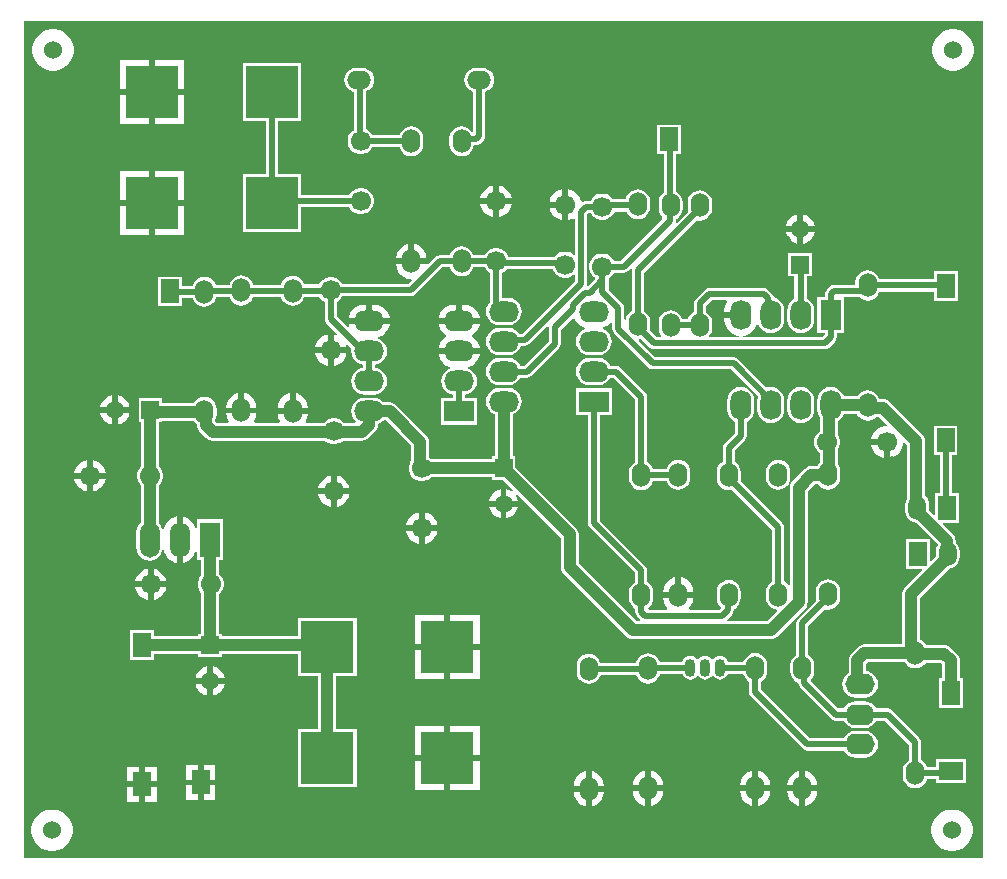
<source format=gtl>
G04*
G04 #@! TF.GenerationSoftware,Altium Limited,Altium Designer,22.3.1 (43)*
G04*
G04 Layer_Physical_Order=1*
G04 Layer_Color=255*
%FSLAX25Y25*%
%MOIN*%
G70*
G04*
G04 #@! TF.SameCoordinates,DB5E6BC5-2FB0-485C-ACA0-6941E67FB07D*
G04*
G04*
G04 #@! TF.FilePolarity,Positive*
G04*
G01*
G75*
%ADD36C,0.03937*%
%ADD37C,0.01980*%
%ADD38C,0.01968*%
%ADD39O,0.06000X0.08000*%
%ADD40R,0.05906X0.07874*%
%ADD41O,0.05906X0.07874*%
%ADD42R,0.07874X0.05906*%
%ADD43R,0.05906X0.05906*%
%ADD44C,0.05906*%
%ADD45C,0.06693*%
%ADD46O,0.08000X0.06000*%
%ADD47O,0.10000X0.07000*%
%ADD48R,0.10000X0.07000*%
%ADD49O,0.09843X0.06890*%
%ADD50O,0.07000X0.10000*%
%ADD51R,0.07000X0.10000*%
%ADD52R,0.05906X0.05906*%
%ADD53O,0.03543X0.05906*%
%ADD54R,0.17500X0.17500*%
%ADD55R,0.06693X0.11811*%
%ADD56O,0.06693X0.11811*%
%ADD57C,0.06000*%
%ADD58C,0.03150*%
%ADD59C,0.05000*%
G36*
X319980Y329626D02*
Y50590D01*
X295Y50591D01*
Y329626D01*
X319980Y329626D01*
D02*
G37*
%LPC*%
G36*
X310680Y326905D02*
X309320D01*
X307986Y326640D01*
X306729Y326120D01*
X305598Y325364D01*
X304636Y324402D01*
X303880Y323271D01*
X303360Y322014D01*
X303095Y320680D01*
Y319320D01*
X303360Y317986D01*
X303880Y316729D01*
X304636Y315598D01*
X305598Y314636D01*
X306729Y313880D01*
X307986Y313360D01*
X309320Y313094D01*
X310680D01*
X312014Y313360D01*
X313271Y313880D01*
X314402Y314636D01*
X315364Y315598D01*
X316120Y316729D01*
X316640Y317986D01*
X316905Y319320D01*
Y320680D01*
X316640Y322014D01*
X316120Y323271D01*
X315364Y324402D01*
X314402Y325364D01*
X313271Y326120D01*
X312014Y326640D01*
X310680Y326905D01*
D02*
G37*
G36*
X10680D02*
X9320D01*
X7986Y326640D01*
X6729Y326120D01*
X5598Y325364D01*
X4636Y324402D01*
X3880Y323271D01*
X3360Y322014D01*
X3094Y320680D01*
Y319320D01*
X3360Y317986D01*
X3880Y316729D01*
X4636Y315598D01*
X5598Y314636D01*
X6729Y313880D01*
X7986Y313360D01*
X9320Y313094D01*
X10680D01*
X12014Y313360D01*
X13271Y313880D01*
X14402Y314636D01*
X15364Y315598D01*
X16120Y316729D01*
X16640Y317986D01*
X16905Y319320D01*
Y320680D01*
X16640Y322014D01*
X16120Y323271D01*
X15364Y324402D01*
X14402Y325364D01*
X13271Y326120D01*
X12014Y326640D01*
X10680Y326905D01*
D02*
G37*
G36*
X53719Y316719D02*
X43984D01*
Y306984D01*
X53719D01*
Y316719D01*
D02*
G37*
G36*
X42016D02*
X32282D01*
Y306984D01*
X42016D01*
Y316719D01*
D02*
G37*
G36*
X53719Y305016D02*
X43984D01*
Y295282D01*
X53719D01*
Y305016D01*
D02*
G37*
G36*
X42016D02*
X32282D01*
Y295282D01*
X42016D01*
Y305016D01*
D02*
G37*
G36*
X153087Y313976D02*
X151087D01*
X150042Y313838D01*
X149069Y313435D01*
X148234Y312794D01*
X147593Y311958D01*
X147190Y310985D01*
X147052Y309941D01*
X147190Y308897D01*
X147593Y307924D01*
X148234Y307088D01*
X149069Y306447D01*
X150042Y306044D01*
X150064Y306041D01*
Y292767D01*
X149564Y292625D01*
X149014Y293341D01*
X148179Y293982D01*
X147206Y294385D01*
X146161Y294523D01*
X145117Y294385D01*
X144144Y293982D01*
X143309Y293341D01*
X142667Y292506D01*
X142264Y291532D01*
X142127Y290488D01*
Y288488D01*
X142264Y287444D01*
X142667Y286471D01*
X143309Y285635D01*
X144144Y284994D01*
X145117Y284591D01*
X146161Y284454D01*
X147206Y284591D01*
X148179Y284994D01*
X149014Y285635D01*
X149655Y286471D01*
X150058Y287444D01*
X150155Y288174D01*
X150934D01*
X151708Y288329D01*
X152364Y288767D01*
X153517Y289920D01*
X153956Y290577D01*
X154110Y291351D01*
Y306041D01*
X154131Y306044D01*
X155104Y306447D01*
X155939Y307088D01*
X156581Y307924D01*
X156984Y308897D01*
X157121Y309941D01*
X156984Y310985D01*
X156581Y311958D01*
X155939Y312794D01*
X155104Y313435D01*
X154131Y313838D01*
X153087Y313976D01*
D02*
G37*
G36*
X113087D02*
X111087D01*
X110042Y313838D01*
X109069Y313435D01*
X108234Y312794D01*
X107593Y311958D01*
X107190Y310985D01*
X107052Y309941D01*
X107190Y308897D01*
X107593Y307924D01*
X108234Y307088D01*
X109069Y306447D01*
X110042Y306044D01*
X110270Y306014D01*
Y293232D01*
X109831Y292978D01*
X109022Y292169D01*
X108450Y291178D01*
X108153Y290072D01*
Y288928D01*
X108450Y287822D01*
X109022Y286831D01*
X109831Y286022D01*
X110822Y285450D01*
X111928Y285154D01*
X113072D01*
X114178Y285450D01*
X115169Y286022D01*
X115978Y286831D01*
X116347Y287471D01*
X125529D01*
X125532Y287444D01*
X125935Y286471D01*
X126576Y285635D01*
X127412Y284994D01*
X128385Y284591D01*
X129429Y284454D01*
X130473Y284591D01*
X131446Y284994D01*
X132282Y285635D01*
X132923Y286471D01*
X133326Y287444D01*
X133464Y288488D01*
Y290488D01*
X133326Y291532D01*
X132923Y292506D01*
X132282Y293341D01*
X131446Y293982D01*
X130473Y294385D01*
X129429Y294523D01*
X128385Y294385D01*
X127412Y293982D01*
X126576Y293341D01*
X125935Y292506D01*
X125532Y291532D01*
X125530Y291517D01*
X116354D01*
X115978Y292169D01*
X115169Y292978D01*
X114316Y293470D01*
Y306121D01*
X115104Y306447D01*
X115939Y307088D01*
X116581Y307924D01*
X116984Y308897D01*
X117121Y309941D01*
X116984Y310985D01*
X116581Y311958D01*
X115939Y312794D01*
X115104Y313435D01*
X114131Y313838D01*
X113087Y313976D01*
D02*
G37*
G36*
X158661Y274747D02*
Y270492D01*
X162916D01*
X162630Y271559D01*
X161930Y272771D01*
X160941Y273761D01*
X159729Y274461D01*
X158661Y274747D01*
D02*
G37*
G36*
X156693Y274747D02*
X155626Y274461D01*
X154414Y273761D01*
X153424Y272771D01*
X152724Y271559D01*
X152438Y270492D01*
X156693D01*
Y274747D01*
D02*
G37*
G36*
X53719Y279718D02*
X43984D01*
Y269984D01*
X53719D01*
Y279718D01*
D02*
G37*
G36*
X42016D02*
X32282D01*
Y269984D01*
X42016D01*
Y279718D01*
D02*
G37*
G36*
X179724Y273664D02*
X178657Y273378D01*
X177445Y272678D01*
X176456Y271689D01*
X175756Y270477D01*
X175470Y269409D01*
X179724D01*
Y273664D01*
D02*
G37*
G36*
X92750Y315750D02*
X73250D01*
Y296250D01*
X80977D01*
Y278750D01*
X73250D01*
Y259250D01*
X92750D01*
Y267477D01*
X108649D01*
X109022Y266831D01*
X109831Y266022D01*
X110822Y265450D01*
X111928Y265154D01*
X113072D01*
X114178Y265450D01*
X115169Y266022D01*
X115978Y266831D01*
X116550Y267822D01*
X116847Y268928D01*
Y270072D01*
X116550Y271178D01*
X115978Y272169D01*
X115169Y272978D01*
X114178Y273550D01*
X113072Y273847D01*
X111928D01*
X110822Y273550D01*
X109831Y272978D01*
X109022Y272169D01*
X108649Y271523D01*
X92750D01*
Y278750D01*
X85023D01*
Y296250D01*
X92750D01*
Y315750D01*
D02*
G37*
G36*
X156693Y268524D02*
X152438D01*
X152724Y267456D01*
X153424Y266244D01*
X154414Y265255D01*
X155626Y264555D01*
X156693Y264269D01*
Y268524D01*
D02*
G37*
G36*
X162916D02*
X158661D01*
Y264269D01*
X159729Y264555D01*
X160941Y265255D01*
X161930Y266244D01*
X162630Y267456D01*
X162916Y268524D01*
D02*
G37*
G36*
X219198Y295085D02*
X211293D01*
Y285211D01*
X213517D01*
Y272384D01*
X212994Y271983D01*
X212352Y271147D01*
X211949Y270174D01*
X211812Y269130D01*
Y267130D01*
X211949Y266086D01*
X212352Y265113D01*
X212994Y264277D01*
X213088Y264204D01*
X213132Y263541D01*
X199356Y249765D01*
X196958D01*
X196588Y250405D01*
X195779Y251214D01*
X194788Y251786D01*
X193683Y252083D01*
X192538D01*
X191433Y251786D01*
X190442Y251214D01*
X189632Y250405D01*
X189060Y249414D01*
X188764Y248308D01*
Y247164D01*
X189060Y246059D01*
X189632Y245067D01*
X190442Y244258D01*
X190674Y244124D01*
X190739Y243628D01*
X188436Y241325D01*
X187999Y241559D01*
X187981Y241599D01*
X188063Y242010D01*
Y265221D01*
X188555Y265713D01*
X189259D01*
X189632Y265067D01*
X190442Y264258D01*
X191433Y263686D01*
X192538Y263390D01*
X193683D01*
X194788Y263686D01*
X195779Y264258D01*
X196588Y265067D01*
X197160Y266059D01*
X197173Y266107D01*
X201179D01*
X201427Y265506D01*
X202068Y264671D01*
X202904Y264030D01*
X203877Y263627D01*
X204921Y263489D01*
X205965Y263627D01*
X206939Y264030D01*
X207774Y264671D01*
X208415Y265506D01*
X208818Y266479D01*
X208956Y267524D01*
Y269524D01*
X208818Y270568D01*
X208415Y271541D01*
X207774Y272376D01*
X206939Y273018D01*
X205965Y273421D01*
X204921Y273558D01*
X203877Y273421D01*
X202904Y273018D01*
X202068Y272376D01*
X201427Y271541D01*
X201024Y270568D01*
X200970Y270153D01*
X196734D01*
X196588Y270405D01*
X195779Y271214D01*
X194788Y271786D01*
X193683Y272083D01*
X192538D01*
X191433Y271786D01*
X190442Y271214D01*
X189632Y270405D01*
X189259Y269759D01*
X187716D01*
X186942Y269605D01*
X186493Y269305D01*
X185979Y269454D01*
X185921Y269509D01*
X185661Y270477D01*
X184962Y271689D01*
X183972Y272678D01*
X182760Y273378D01*
X181693Y273664D01*
Y268425D01*
Y263187D01*
X182760Y263473D01*
X183516Y263909D01*
X184016Y263620D01*
Y251918D01*
X183554Y251726D01*
X183378Y251903D01*
X182386Y252476D01*
X181281Y252772D01*
X180136D01*
X179031Y252476D01*
X178040Y251903D01*
X177231Y251094D01*
X177174Y250996D01*
X161778D01*
X161727Y251185D01*
X161155Y252177D01*
X160346Y252986D01*
X159355Y253558D01*
X158249Y253854D01*
X157105D01*
X156000Y253558D01*
X155008Y252986D01*
X154199Y252177D01*
X153824Y251527D01*
X150059D01*
X150058Y251532D01*
X149655Y252505D01*
X149014Y253341D01*
X148179Y253982D01*
X147206Y254385D01*
X146161Y254523D01*
X145117Y254385D01*
X144144Y253982D01*
X143309Y253341D01*
X142667Y252505D01*
X142264Y251532D01*
X142262Y251517D01*
X138870D01*
X138870Y251517D01*
X138093Y251363D01*
X137435Y250923D01*
X134898Y248386D01*
X134682Y248504D01*
X129429D01*
X124418D01*
Y248488D01*
X124589Y247191D01*
X125089Y245983D01*
X125886Y244945D01*
X126923Y244148D01*
X128132Y243648D01*
X129299Y243494D01*
X129541Y243028D01*
X128403Y241891D01*
X106406D01*
X106037Y242531D01*
X105228Y243340D01*
X104237Y243912D01*
X103131Y244209D01*
X101987D01*
X100881Y243912D01*
X99890Y243340D01*
X99081Y242531D01*
X98661Y241803D01*
X93729D01*
X93356Y242702D01*
X92715Y243538D01*
X91879Y244179D01*
X90906Y244582D01*
X89862Y244720D01*
X88818Y244582D01*
X87845Y244179D01*
X87009Y243538D01*
X86368Y242702D01*
X85979Y241763D01*
X76642D01*
X76633Y241828D01*
X76230Y242801D01*
X75589Y243636D01*
X74753Y244278D01*
X73780Y244681D01*
X72736Y244818D01*
X71692Y244681D01*
X70719Y244278D01*
X69883Y243636D01*
X69242Y242801D01*
X68839Y241828D01*
X68811Y241616D01*
X64255D01*
X63927Y242407D01*
X63286Y243243D01*
X62450Y243884D01*
X61477Y244287D01*
X60433Y244424D01*
X59389Y244287D01*
X58416Y243884D01*
X57580Y243243D01*
X56939Y242407D01*
X56536Y241434D01*
X56534Y241419D01*
X52870D01*
Y244406D01*
X44965D01*
Y234531D01*
X52870D01*
Y237361D01*
X56534D01*
X56536Y237346D01*
X56939Y236372D01*
X57580Y235537D01*
X58416Y234896D01*
X59389Y234493D01*
X60433Y234355D01*
X61477Y234493D01*
X62450Y234896D01*
X63286Y235537D01*
X63927Y236372D01*
X64330Y237346D01*
X64358Y237558D01*
X68915D01*
X69242Y236766D01*
X69883Y235931D01*
X70719Y235290D01*
X71692Y234886D01*
X72736Y234749D01*
X73780Y234886D01*
X74753Y235290D01*
X75589Y235931D01*
X76230Y236766D01*
X76619Y237705D01*
X85957D01*
X85965Y237641D01*
X86368Y236668D01*
X87009Y235832D01*
X87845Y235191D01*
X88818Y234788D01*
X89862Y234650D01*
X90906Y234788D01*
X91879Y235191D01*
X92715Y235832D01*
X93356Y236668D01*
X93759Y237641D01*
X93773Y237744D01*
X98763D01*
X99081Y237193D01*
X99890Y236384D01*
X100530Y236015D01*
Y230315D01*
X100684Y229538D01*
X101124Y228880D01*
X104694Y225310D01*
X104435Y224862D01*
X103543Y225101D01*
Y220847D01*
X107798D01*
X107559Y221739D01*
X108007Y221997D01*
X109448Y220556D01*
X109316Y219547D01*
X109470Y218373D01*
X109924Y217278D01*
X110645Y216338D01*
X111585Y215616D01*
X112680Y215163D01*
X113325Y215078D01*
Y214016D01*
X112680Y213931D01*
X111585Y213478D01*
X110645Y212757D01*
X109924Y211817D01*
X109470Y210722D01*
X109316Y209547D01*
X109470Y208372D01*
X109924Y207278D01*
X110645Y206338D01*
X111585Y205616D01*
X112680Y205163D01*
X113854Y205008D01*
X116854D01*
X118029Y205163D01*
X119124Y205616D01*
X120064Y206338D01*
X120785Y207278D01*
X121239Y208372D01*
X121393Y209547D01*
X121239Y210722D01*
X120785Y211817D01*
X120064Y212757D01*
X119124Y213478D01*
X118029Y213931D01*
X117384Y214016D01*
Y215078D01*
X118029Y215163D01*
X119124Y215616D01*
X120064Y216338D01*
X120785Y217278D01*
X121239Y218373D01*
X121393Y219547D01*
X121239Y220722D01*
X120785Y221817D01*
X120064Y222757D01*
X119124Y223478D01*
X118449Y223758D01*
X118461Y224294D01*
X119612Y224770D01*
X120755Y225647D01*
X121631Y226789D01*
X122182Y228120D01*
X122240Y228563D01*
X115354D01*
X108468D01*
X108527Y228120D01*
X108665Y227786D01*
X108241Y227503D01*
X104588Y231155D01*
Y236015D01*
X105228Y236384D01*
X106037Y237193D01*
X106406Y237833D01*
X129244D01*
X130020Y237987D01*
X130679Y238427D01*
X139710Y247459D01*
X142262D01*
X142264Y247444D01*
X142667Y246471D01*
X143309Y245635D01*
X144144Y244994D01*
X145117Y244591D01*
X146161Y244454D01*
X147206Y244591D01*
X148179Y244994D01*
X149014Y245635D01*
X149655Y246471D01*
X150058Y247444D01*
X150062Y247469D01*
X153835D01*
X154199Y246839D01*
X155008Y246030D01*
X155648Y245660D01*
Y236039D01*
X155527Y235946D01*
X154806Y235006D01*
X154352Y233911D01*
X154197Y232736D01*
X154352Y231561D01*
X154806Y230467D01*
X155527Y229527D01*
X156467Y228805D01*
X157562Y228352D01*
X158736Y228197D01*
X161736D01*
X162911Y228352D01*
X164006Y228805D01*
X164946Y229527D01*
X165667Y230467D01*
X166120Y231561D01*
X166275Y232736D01*
X166120Y233911D01*
X165667Y235006D01*
X164946Y235946D01*
X164006Y236667D01*
X162911Y237120D01*
X161736Y237275D01*
X159706D01*
Y245660D01*
X160346Y246030D01*
X161155Y246839D01*
X161212Y246937D01*
X176608D01*
X176658Y246747D01*
X177231Y245756D01*
X178040Y244947D01*
X179031Y244375D01*
X180136Y244079D01*
X181281D01*
X182386Y244375D01*
X183378Y244947D01*
X183554Y245124D01*
X184016Y244933D01*
Y242848D01*
X166516Y225348D01*
X165404D01*
X164946Y225946D01*
X164006Y226667D01*
X162911Y227120D01*
X161736Y227275D01*
X158736D01*
X157562Y227120D01*
X156467Y226667D01*
X155527Y225946D01*
X154806Y225006D01*
X154352Y223911D01*
X154197Y222736D01*
X154352Y221562D01*
X154806Y220467D01*
X155527Y219527D01*
X156467Y218806D01*
X157562Y218352D01*
X158736Y218197D01*
X161736D01*
X162911Y218352D01*
X164006Y218806D01*
X164946Y219527D01*
X165667Y220467D01*
X166013Y221302D01*
X167354D01*
X168128Y221456D01*
X168784Y221894D01*
X174714Y227824D01*
X175150Y227607D01*
X175178Y227581D01*
Y222831D01*
X167112Y214765D01*
X165767D01*
X165667Y215006D01*
X164946Y215946D01*
X164006Y216667D01*
X162911Y217120D01*
X161736Y217275D01*
X158736D01*
X157562Y217120D01*
X156467Y216667D01*
X155527Y215946D01*
X154806Y215006D01*
X154352Y213911D01*
X154197Y212736D01*
X154352Y211561D01*
X154806Y210467D01*
X155527Y209527D01*
X156467Y208805D01*
X157562Y208352D01*
X158736Y208197D01*
X161736D01*
X162911Y208352D01*
X164006Y208805D01*
X164946Y209527D01*
X165667Y210467D01*
X165767Y210707D01*
X167953D01*
X168729Y210861D01*
X169388Y211301D01*
X178642Y220556D01*
X179082Y221214D01*
X179237Y221991D01*
Y226753D01*
X183203Y230719D01*
X183693Y230622D01*
X183959Y229978D01*
X184836Y228836D01*
X185978Y227959D01*
X187129Y227483D01*
X187142Y226946D01*
X186467Y226667D01*
X185527Y225946D01*
X184806Y225006D01*
X184352Y223911D01*
X184197Y222736D01*
X184352Y221562D01*
X184806Y220467D01*
X185527Y219527D01*
X186467Y218806D01*
X187562Y218352D01*
X188736Y218197D01*
X191736D01*
X192911Y218352D01*
X194006Y218806D01*
X194946Y219527D01*
X195667Y220467D01*
X196120Y221562D01*
X196275Y222736D01*
X196120Y223911D01*
X195667Y225006D01*
X194946Y225946D01*
X194006Y226667D01*
X193331Y226946D01*
X193343Y227483D01*
X194494Y227959D01*
X195636Y228836D01*
X195931Y229219D01*
X196404Y229059D01*
Y226955D01*
X196558Y226178D01*
X196998Y225520D01*
X208448Y214070D01*
X209106Y213630D01*
X209883Y213476D01*
X236001D01*
X244967Y204509D01*
X244868Y204269D01*
X244713Y203095D01*
Y200095D01*
X244868Y198920D01*
X245321Y197825D01*
X246042Y196885D01*
X246983Y196164D01*
X248077Y195710D01*
X249252Y195556D01*
X250427Y195710D01*
X251521Y196164D01*
X252461Y196885D01*
X253183Y197825D01*
X253636Y198920D01*
X253791Y200095D01*
Y203095D01*
X253636Y204269D01*
X253183Y205364D01*
X252461Y206304D01*
X251521Y207025D01*
X250427Y207479D01*
X249252Y207633D01*
X248077Y207479D01*
X247837Y207379D01*
X238277Y216940D01*
X237618Y217379D01*
X236842Y217534D01*
X210723D01*
X205232Y223026D01*
X205411Y223554D01*
X205958Y223626D01*
X208869Y220715D01*
X209525Y220277D01*
X210299Y220123D01*
X267224D01*
X267999Y220277D01*
X268655Y220715D01*
X270683Y222743D01*
X271121Y223399D01*
X271275Y224173D01*
Y225594D01*
X273752D01*
Y237595D01*
X274224Y237662D01*
X278598D01*
X278643Y237604D01*
X279479Y236963D01*
X280452Y236560D01*
X281496Y236422D01*
X282540Y236560D01*
X283513Y236963D01*
X284349Y237604D01*
X284990Y238439D01*
X285393Y239412D01*
X285396Y239434D01*
X303703D01*
Y236365D01*
X311608D01*
Y246239D01*
X303703D01*
Y243480D01*
X285396D01*
X285393Y243501D01*
X284990Y244474D01*
X284349Y245309D01*
X283513Y245951D01*
X282540Y246354D01*
X281496Y246491D01*
X280452Y246354D01*
X279479Y245951D01*
X278643Y245309D01*
X278002Y244474D01*
X277599Y243501D01*
X277462Y242457D01*
Y241708D01*
X270405D01*
X269631Y241554D01*
X268974Y241116D01*
X267821Y239963D01*
X267383Y239306D01*
X267229Y238532D01*
Y237595D01*
X264752D01*
Y225594D01*
X267229D01*
Y225011D01*
X266386Y224169D01*
X239968D01*
X239936Y224669D01*
X240680Y224767D01*
X242010Y225318D01*
X243152Y226194D01*
X244029Y227337D01*
X244506Y228488D01*
X245042Y228500D01*
X245321Y227825D01*
X246042Y226885D01*
X246983Y226164D01*
X248077Y225710D01*
X249252Y225556D01*
X250427Y225710D01*
X251521Y226164D01*
X252461Y226885D01*
X253183Y227825D01*
X253636Y228920D01*
X253791Y230095D01*
Y233095D01*
X253636Y234269D01*
X253183Y235364D01*
X252461Y236304D01*
X251521Y237025D01*
X250427Y237479D01*
X250241Y237503D01*
X250158Y237918D01*
X249720Y238574D01*
X248285Y240009D01*
X247629Y240448D01*
X246854Y240602D01*
X228638D01*
X227864Y240448D01*
X227207Y240009D01*
X224160Y236962D01*
X223721Y236306D01*
X223567Y235531D01*
Y232619D01*
X222738Y231983D01*
X222096Y231147D01*
X221693Y230174D01*
X221691Y230153D01*
X219746D01*
X219743Y230174D01*
X219340Y231147D01*
X218699Y231983D01*
X217864Y232624D01*
X216891Y233027D01*
X215846Y233164D01*
X214802Y233027D01*
X213829Y232624D01*
X212994Y231983D01*
X212352Y231147D01*
X211949Y230174D01*
X211812Y229130D01*
Y227130D01*
X211949Y226086D01*
X212352Y225113D01*
X212693Y224669D01*
X212446Y224169D01*
X211137D01*
X208819Y226487D01*
X208956Y227524D01*
Y229524D01*
X208818Y230568D01*
X208415Y231541D01*
X207774Y232377D01*
X206944Y233013D01*
Y245623D01*
X224554Y263232D01*
X225590Y263095D01*
X226635Y263233D01*
X227608Y263636D01*
X228443Y264277D01*
X229084Y265113D01*
X229488Y266086D01*
X229625Y267130D01*
Y269130D01*
X229488Y270174D01*
X229084Y271147D01*
X228443Y271983D01*
X227608Y272624D01*
X226635Y273027D01*
X225590Y273164D01*
X224546Y273027D01*
X223573Y272624D01*
X222738Y271983D01*
X222096Y271147D01*
X221693Y270174D01*
X221556Y269130D01*
Y267130D01*
X221692Y266093D01*
X217867Y262267D01*
X217406Y262514D01*
X217506Y263016D01*
Y263488D01*
X217864Y263636D01*
X218699Y264277D01*
X219340Y265113D01*
X219743Y266086D01*
X219881Y267130D01*
Y269130D01*
X219743Y270174D01*
X219340Y271147D01*
X218699Y271983D01*
X217864Y272624D01*
X217575Y272743D01*
Y285211D01*
X219198D01*
Y295085D01*
D02*
G37*
G36*
X179724Y267441D02*
X175470D01*
X175756Y266374D01*
X176456Y265162D01*
X177445Y264172D01*
X178657Y263473D01*
X179724Y263187D01*
Y267441D01*
D02*
G37*
G36*
X260039Y265067D02*
Y261221D01*
X263886D01*
X263641Y262136D01*
X262993Y263258D01*
X262077Y264174D01*
X260955Y264822D01*
X260039Y265067D01*
D02*
G37*
G36*
X258071Y265067D02*
X257156Y264822D01*
X256033Y264174D01*
X255117Y263258D01*
X254469Y262136D01*
X254224Y261221D01*
X258071D01*
Y265067D01*
D02*
G37*
G36*
X53719Y268016D02*
X43984D01*
Y258281D01*
X53719D01*
Y268016D01*
D02*
G37*
G36*
X42016D02*
X32282D01*
Y258281D01*
X42016D01*
Y268016D01*
D02*
G37*
G36*
X263886Y259252D02*
X260039D01*
Y255405D01*
X260955Y255650D01*
X262077Y256298D01*
X262993Y257214D01*
X263641Y258337D01*
X263886Y259252D01*
D02*
G37*
G36*
X258071D02*
X254224D01*
X254469Y258337D01*
X255117Y257214D01*
X256033Y256298D01*
X257156Y255650D01*
X258071Y255405D01*
Y259252D01*
D02*
G37*
G36*
X130413Y255370D02*
Y250472D01*
X134441D01*
Y250488D01*
X134270Y251785D01*
X133769Y252994D01*
X132973Y254032D01*
X131935Y254828D01*
X130726Y255329D01*
X130413Y255370D01*
D02*
G37*
G36*
X128445D02*
X128132Y255329D01*
X126923Y254828D01*
X125886Y254032D01*
X125089Y252994D01*
X124589Y251785D01*
X124418Y250488D01*
Y250472D01*
X128445D01*
Y255370D01*
D02*
G37*
G36*
X146854Y235063D02*
X146339D01*
Y230532D01*
X152240D01*
X152182Y230975D01*
X151631Y232305D01*
X150754Y233447D01*
X149612Y234324D01*
X148282Y234875D01*
X146854Y235063D01*
D02*
G37*
G36*
X116854D02*
X116339D01*
Y230532D01*
X122240D01*
X122182Y230975D01*
X121631Y232305D01*
X120755Y233447D01*
X119612Y234324D01*
X118282Y234875D01*
X116854Y235063D01*
D02*
G37*
G36*
X144370D02*
X143854D01*
X142427Y234875D01*
X141096Y234324D01*
X139954Y233447D01*
X139078Y232305D01*
X138527Y230975D01*
X138468Y230532D01*
X144370D01*
Y235063D01*
D02*
G37*
G36*
X114370D02*
X113854D01*
X112427Y234875D01*
X111097Y234324D01*
X109954Y233447D01*
X109078Y232305D01*
X108527Y230975D01*
X108468Y230532D01*
X114370D01*
Y235063D01*
D02*
G37*
G36*
X263008Y252378D02*
X255102D01*
Y244472D01*
X257124D01*
Y237084D01*
X256982Y237025D01*
X256043Y236304D01*
X255321Y235364D01*
X254868Y234269D01*
X254713Y233095D01*
Y230095D01*
X254868Y228920D01*
X255321Y227825D01*
X256043Y226885D01*
X256982Y226164D01*
X258077Y225710D01*
X259252Y225556D01*
X260427Y225710D01*
X261521Y226164D01*
X262461Y226885D01*
X263183Y227825D01*
X263636Y228920D01*
X263791Y230095D01*
Y233095D01*
X263636Y234269D01*
X263183Y235364D01*
X262461Y236304D01*
X261521Y237025D01*
X261183Y237165D01*
Y244472D01*
X263008D01*
Y252378D01*
D02*
G37*
G36*
X101575Y225101D02*
X100508Y224815D01*
X99296Y224115D01*
X98306Y223126D01*
X97606Y221914D01*
X97320Y220847D01*
X101575D01*
Y225101D01*
D02*
G37*
G36*
X152240Y228563D02*
X145354D01*
X138468D01*
X138527Y228120D01*
X139078Y226789D01*
X139954Y225647D01*
X141016Y224832D01*
X141061Y224547D01*
X141016Y224262D01*
X139954Y223447D01*
X139078Y222305D01*
X138527Y220975D01*
X138468Y220532D01*
X145354D01*
X152240D01*
X152182Y220975D01*
X151631Y222305D01*
X150754Y223447D01*
X149692Y224262D01*
X149647Y224547D01*
X149692Y224832D01*
X150754Y225647D01*
X151631Y226789D01*
X152182Y228120D01*
X152240Y228563D01*
D02*
G37*
G36*
X107798Y218878D02*
X103543D01*
Y214623D01*
X104611Y214910D01*
X105823Y215609D01*
X106812Y216599D01*
X107512Y217811D01*
X107798Y218878D01*
D02*
G37*
G36*
X101575D02*
X97320D01*
X97606Y217811D01*
X98306Y216599D01*
X99296Y215609D01*
X100508Y214910D01*
X101575Y214623D01*
Y218878D01*
D02*
G37*
G36*
X31594Y204831D02*
Y200984D01*
X35441D01*
X35196Y201900D01*
X34548Y203022D01*
X33632Y203938D01*
X32510Y204586D01*
X31594Y204831D01*
D02*
G37*
G36*
X29626D02*
X28711Y204586D01*
X27588Y203938D01*
X26672Y203022D01*
X26024Y201900D01*
X25779Y200984D01*
X29626D01*
Y204831D01*
D02*
G37*
G36*
X73721Y205665D02*
Y200768D01*
X77748D01*
Y200783D01*
X77577Y202080D01*
X77076Y203289D01*
X76280Y204327D01*
X75242Y205123D01*
X74033Y205624D01*
X73721Y205665D01*
D02*
G37*
G36*
X71752D02*
X71439Y205624D01*
X70231Y205123D01*
X69193Y204327D01*
X68396Y203289D01*
X67896Y202080D01*
X67725Y200783D01*
Y200768D01*
X71752D01*
Y205665D01*
D02*
G37*
G36*
X90847Y205567D02*
Y200669D01*
X94874D01*
Y200685D01*
X94703Y201982D01*
X94202Y203191D01*
X93406Y204229D01*
X92368Y205025D01*
X91159Y205526D01*
X90847Y205567D01*
D02*
G37*
G36*
X88878D02*
X88565Y205526D01*
X87357Y205025D01*
X86319Y204229D01*
X85522Y203191D01*
X85022Y201982D01*
X84851Y200685D01*
Y200669D01*
X88878D01*
Y205567D01*
D02*
G37*
G36*
X259252Y207633D02*
X258077Y207479D01*
X256982Y207025D01*
X256043Y206304D01*
X255321Y205364D01*
X254868Y204269D01*
X254713Y203095D01*
Y200095D01*
X254868Y198920D01*
X255321Y197825D01*
X256043Y196885D01*
X256982Y196164D01*
X258077Y195710D01*
X259252Y195556D01*
X260427Y195710D01*
X261521Y196164D01*
X262461Y196885D01*
X263183Y197825D01*
X263636Y198920D01*
X263791Y200095D01*
Y203095D01*
X263636Y204269D01*
X263183Y205364D01*
X262461Y206304D01*
X261521Y207025D01*
X260427Y207479D01*
X259252Y207633D01*
D02*
G37*
G36*
X35441Y199016D02*
X31594D01*
Y195169D01*
X32510Y195414D01*
X33632Y196062D01*
X34548Y196978D01*
X35196Y198100D01*
X35441Y199016D01*
D02*
G37*
G36*
X29626D02*
X25779D01*
X26024Y198100D01*
X26672Y196978D01*
X27588Y196062D01*
X28711Y195414D01*
X29626Y195169D01*
Y199016D01*
D02*
G37*
G36*
X152240Y218563D02*
X145354D01*
X138468D01*
X138527Y218120D01*
X139078Y216789D01*
X139954Y215647D01*
X141096Y214771D01*
X142248Y214294D01*
X142260Y213757D01*
X141585Y213478D01*
X140645Y212757D01*
X139924Y211817D01*
X139470Y210722D01*
X139315Y209547D01*
X139470Y208372D01*
X139924Y207278D01*
X140645Y206338D01*
X141585Y205616D01*
X142680Y205163D01*
X143325Y205078D01*
Y204047D01*
X139354D01*
Y195047D01*
X151354D01*
Y204047D01*
X147383D01*
Y205078D01*
X148029Y205163D01*
X149124Y205616D01*
X150064Y206338D01*
X150785Y207278D01*
X151239Y208372D01*
X151393Y209547D01*
X151239Y210722D01*
X150785Y211817D01*
X150064Y212757D01*
X149124Y213478D01*
X148449Y213757D01*
X148461Y214294D01*
X149612Y214771D01*
X150754Y215647D01*
X151631Y216789D01*
X152182Y218120D01*
X152240Y218563D01*
D02*
G37*
G36*
X287008Y188287D02*
X282753D01*
X283039Y187220D01*
X283739Y186008D01*
X284729Y185019D01*
X285941Y184319D01*
X287008Y184033D01*
Y188287D01*
D02*
G37*
G36*
X23327Y183290D02*
Y179035D01*
X27581D01*
X27295Y180103D01*
X26596Y181315D01*
X25606Y182304D01*
X24394Y183004D01*
X23327Y183290D01*
D02*
G37*
G36*
X21358D02*
X20291Y183004D01*
X19079Y182304D01*
X18090Y181315D01*
X17390Y180103D01*
X17104Y179035D01*
X21358D01*
Y183290D01*
D02*
G37*
G36*
X104528Y178073D02*
Y173819D01*
X108782D01*
X108496Y174886D01*
X107796Y176098D01*
X106807Y177088D01*
X105595Y177787D01*
X104528Y178073D01*
D02*
G37*
G36*
X102559Y178073D02*
X101492Y177787D01*
X100280Y177088D01*
X99290Y176098D01*
X98591Y174886D01*
X98305Y173819D01*
X102559D01*
Y178073D01*
D02*
G37*
G36*
X191736Y217275D02*
X188736D01*
X187562Y217120D01*
X186467Y216667D01*
X185527Y215946D01*
X184806Y215006D01*
X184352Y213911D01*
X184197Y212736D01*
X184352Y211561D01*
X184806Y210467D01*
X185527Y209527D01*
X186467Y208805D01*
X187562Y208352D01*
X188736Y208197D01*
X191736D01*
X192911Y208352D01*
X194006Y208805D01*
X194946Y209527D01*
X195667Y210467D01*
X195766Y210707D01*
X196856D01*
X203975Y203589D01*
Y182654D01*
X203151Y182022D01*
X202510Y181187D01*
X202107Y180213D01*
X201969Y179169D01*
Y177169D01*
X202107Y176125D01*
X202510Y175152D01*
X203151Y174317D01*
X203987Y173675D01*
X204960Y173272D01*
X206004Y173135D01*
X207048Y173272D01*
X208021Y173675D01*
X208857Y174317D01*
X209498Y175152D01*
X209901Y176125D01*
X209916Y176239D01*
X214543D01*
X214912Y175349D01*
X215553Y174513D01*
X216388Y173872D01*
X217361Y173469D01*
X218406Y173332D01*
X219450Y173469D01*
X220423Y173872D01*
X221258Y174513D01*
X221900Y175349D01*
X222303Y176322D01*
X222440Y177366D01*
Y179366D01*
X222303Y180410D01*
X221900Y181383D01*
X221258Y182219D01*
X220423Y182860D01*
X219450Y183263D01*
X218406Y183401D01*
X217361Y183263D01*
X216388Y182860D01*
X215553Y182219D01*
X214912Y181383D01*
X214508Y180410D01*
X214493Y180297D01*
X209866D01*
X209498Y181187D01*
X208857Y182022D01*
X208033Y182654D01*
Y204429D01*
X208033Y204429D01*
X207879Y205206D01*
X207439Y205864D01*
X199132Y214171D01*
X198473Y214611D01*
X197697Y214765D01*
X195766D01*
X195667Y215006D01*
X194946Y215946D01*
X194006Y216667D01*
X192911Y217120D01*
X191736Y217275D01*
D02*
G37*
G36*
X251673Y183401D02*
X250629Y183263D01*
X249656Y182860D01*
X248820Y182219D01*
X248179Y181383D01*
X247776Y180410D01*
X247639Y179366D01*
Y177366D01*
X247776Y176322D01*
X248179Y175349D01*
X248820Y174513D01*
X249656Y173872D01*
X250629Y173469D01*
X251673Y173332D01*
X252717Y173469D01*
X253691Y173872D01*
X254526Y174513D01*
X255167Y175349D01*
X255570Y176322D01*
X255708Y177366D01*
Y179366D01*
X255570Y180410D01*
X255167Y181383D01*
X254526Y182219D01*
X253691Y182860D01*
X252717Y183263D01*
X251673Y183401D01*
D02*
G37*
G36*
X27581Y177067D02*
X23327D01*
Y172812D01*
X24394Y173098D01*
X25606Y173798D01*
X26596Y174788D01*
X27295Y176000D01*
X27581Y177067D01*
D02*
G37*
G36*
X21358D02*
X17104D01*
X17390Y176000D01*
X18090Y174788D01*
X19079Y173798D01*
X20291Y173098D01*
X21358Y172812D01*
Y177067D01*
D02*
G37*
G36*
X159153Y173532D02*
X158238Y173287D01*
X157116Y172639D01*
X156200Y171722D01*
X155552Y170600D01*
X155307Y169685D01*
X159153D01*
Y173532D01*
D02*
G37*
G36*
X108782Y171850D02*
X104528D01*
Y167596D01*
X105595Y167882D01*
X106807Y168582D01*
X107796Y169571D01*
X108496Y170783D01*
X108782Y171850D01*
D02*
G37*
G36*
X102559D02*
X98305D01*
X98591Y170783D01*
X99290Y169571D01*
X100280Y168582D01*
X101492Y167882D01*
X102559Y167596D01*
Y171850D01*
D02*
G37*
G36*
X159153Y167717D02*
X155307D01*
X155552Y166801D01*
X156200Y165679D01*
X157116Y164763D01*
X158238Y164115D01*
X159153Y163870D01*
Y167717D01*
D02*
G37*
G36*
X164969D02*
X161122D01*
Y163870D01*
X162037Y164115D01*
X163160Y164763D01*
X164076Y165679D01*
X164724Y166801D01*
X164969Y167717D01*
D02*
G37*
G36*
X133858Y165770D02*
Y161516D01*
X138113D01*
X137827Y162583D01*
X137127Y163795D01*
X136137Y164785D01*
X134925Y165484D01*
X133858Y165770D01*
D02*
G37*
G36*
X131890D02*
X130823Y165484D01*
X129611Y164785D01*
X128621Y163795D01*
X127921Y162583D01*
X127635Y161516D01*
X131890D01*
Y165770D01*
D02*
G37*
G36*
X138113Y159547D02*
X133858D01*
Y155293D01*
X134925Y155579D01*
X136137Y156279D01*
X137127Y157268D01*
X137827Y158480D01*
X138113Y159547D01*
D02*
G37*
G36*
X131890D02*
X127635D01*
X127921Y158480D01*
X128621Y157268D01*
X129611Y156279D01*
X130823Y155579D01*
X131890Y155293D01*
Y159547D01*
D02*
G37*
G36*
X43504Y147069D02*
Y142815D01*
X47758D01*
X47472Y143882D01*
X46773Y145094D01*
X45783Y146084D01*
X44571Y146783D01*
X43504Y147069D01*
D02*
G37*
G36*
X41535D02*
X40468Y146783D01*
X39256Y146084D01*
X38267Y145094D01*
X37567Y143882D01*
X37281Y142815D01*
X41535D01*
Y147069D01*
D02*
G37*
G36*
X269252Y207633D02*
X268077Y207479D01*
X266983Y207025D01*
X266042Y206304D01*
X265321Y205364D01*
X264868Y204269D01*
X264713Y203095D01*
Y200095D01*
X264868Y198920D01*
X265321Y197825D01*
X265708Y197321D01*
Y192972D01*
X265323Y192750D01*
X264514Y191940D01*
X263942Y190949D01*
X263646Y189844D01*
Y188699D01*
X263942Y187594D01*
X264514Y186603D01*
X265323Y185794D01*
X265708Y185572D01*
Y182512D01*
X265454Y182317D01*
X264813Y181482D01*
X264716Y181246D01*
X262799D01*
X262024Y181144D01*
X261302Y180845D01*
X260682Y180369D01*
X256443Y176130D01*
X255967Y175510D01*
X255668Y174788D01*
X255566Y174013D01*
Y141679D01*
X255066Y141515D01*
X254526Y142219D01*
X253702Y142851D01*
Y160831D01*
X253548Y161607D01*
X253108Y162266D01*
X239135Y176238D01*
X239271Y177268D01*
Y179268D01*
X239133Y180312D01*
X238730Y181285D01*
X238089Y182121D01*
X237265Y182753D01*
Y186561D01*
X240687Y189982D01*
X241127Y190641D01*
X241281Y191417D01*
Y196064D01*
X241521Y196164D01*
X242461Y196885D01*
X243183Y197825D01*
X243636Y198920D01*
X243791Y200095D01*
Y203095D01*
X243636Y204269D01*
X243183Y205364D01*
X242461Y206304D01*
X241521Y207025D01*
X240427Y207479D01*
X239252Y207633D01*
X238077Y207479D01*
X236982Y207025D01*
X236042Y206304D01*
X235321Y205364D01*
X234868Y204269D01*
X234713Y203095D01*
Y200095D01*
X234868Y198920D01*
X235321Y197825D01*
X236042Y196885D01*
X236982Y196164D01*
X237223Y196064D01*
Y192258D01*
X233801Y188836D01*
X233362Y188178D01*
X233207Y187402D01*
Y182753D01*
X232383Y182121D01*
X231742Y181285D01*
X231339Y180312D01*
X231202Y179268D01*
Y177268D01*
X231339Y176224D01*
X231742Y175250D01*
X232383Y174415D01*
X233219Y173774D01*
X234192Y173371D01*
X235236Y173233D01*
X236266Y173369D01*
X249644Y159990D01*
Y142851D01*
X248820Y142219D01*
X248179Y141383D01*
X247776Y140410D01*
X247639Y139366D01*
Y137366D01*
X247776Y136322D01*
X248179Y135349D01*
X248820Y134513D01*
X249656Y133872D01*
X250629Y133469D01*
X251200Y133394D01*
X251379Y132866D01*
X247968Y129455D01*
X234691D01*
X234539Y129955D01*
X234557Y129967D01*
X236272Y131682D01*
X236711Y132338D01*
X236865Y133112D01*
Y133613D01*
X237253Y133774D01*
X238089Y134415D01*
X238730Y135250D01*
X239133Y136223D01*
X239271Y137268D01*
Y139268D01*
X239133Y140312D01*
X238730Y141285D01*
X238089Y142121D01*
X237253Y142762D01*
X236280Y143165D01*
X235236Y143302D01*
X234192Y143165D01*
X233219Y142762D01*
X232383Y142121D01*
X231742Y141285D01*
X231339Y140312D01*
X231202Y139268D01*
Y137268D01*
X231339Y136223D01*
X231742Y135250D01*
X232383Y134415D01*
X232506Y134321D01*
X232536Y133818D01*
X232155Y133421D01*
X222177D01*
X222024Y133921D01*
X222745Y134861D01*
X223246Y136069D01*
X223417Y137366D01*
Y137382D01*
X218406D01*
X213394D01*
Y137366D01*
X213565Y136069D01*
X214066Y134861D01*
X214787Y133921D01*
X214634Y133421D01*
X208511D01*
X208341Y133921D01*
X208857Y134317D01*
X209498Y135152D01*
X209901Y136125D01*
X210038Y137169D01*
Y139169D01*
X209901Y140214D01*
X209498Y141187D01*
X208857Y142022D01*
X208027Y142659D01*
Y146457D01*
X207873Y147231D01*
X207435Y147887D01*
X192259Y163062D01*
Y198236D01*
X196236D01*
Y207236D01*
X184236D01*
Y198236D01*
X188213D01*
Y162224D01*
X188367Y161450D01*
X188806Y160794D01*
X203981Y145619D01*
Y142659D01*
X203151Y142022D01*
X202510Y141187D01*
X202107Y140214D01*
X201969Y139169D01*
Y137169D01*
X202107Y136125D01*
X202510Y135152D01*
X203151Y134317D01*
X203981Y133680D01*
Y132579D01*
X204135Y131805D01*
X204573Y131148D01*
X205754Y129967D01*
X205773Y129955D01*
X205621Y129455D01*
X204510D01*
X185190Y148775D01*
Y158454D01*
X185088Y159229D01*
X184789Y159951D01*
X184313Y160571D01*
X164091Y180793D01*
Y184465D01*
X163181D01*
Y198464D01*
X164006Y198805D01*
X164946Y199527D01*
X165667Y200467D01*
X166120Y201561D01*
X166275Y202736D01*
X166120Y203911D01*
X165667Y205006D01*
X164946Y205946D01*
X164006Y206667D01*
X162911Y207120D01*
X161736Y207275D01*
X158736D01*
X157562Y207120D01*
X156467Y206667D01*
X155527Y205946D01*
X154806Y205006D01*
X154352Y203911D01*
X154197Y202736D01*
X154352Y201561D01*
X154806Y200467D01*
X155527Y199527D01*
X156467Y198805D01*
X157193Y198505D01*
Y184465D01*
X156185D01*
Y183516D01*
X136037D01*
X135543Y184010D01*
X135341Y184126D01*
Y189307D01*
X135239Y190082D01*
X134940Y190804D01*
X134464Y191424D01*
X124311Y201577D01*
X123691Y202052D01*
X122969Y202352D01*
X122194Y202454D01*
X120296D01*
X120064Y202757D01*
X119124Y203478D01*
X118029Y203931D01*
X116854Y204086D01*
X113854D01*
X112680Y203931D01*
X111585Y203478D01*
X110645Y202757D01*
X109924Y201817D01*
X109470Y200722D01*
X109316Y199547D01*
X109470Y198372D01*
X109924Y197278D01*
X110645Y196338D01*
X110845Y196184D01*
X110684Y195711D01*
X106814D01*
X106212Y196313D01*
X105221Y196885D01*
X104115Y197181D01*
X102971D01*
X101866Y196885D01*
X100874Y196313D01*
X100273Y195711D01*
X94408D01*
X94187Y196159D01*
X94202Y196179D01*
X94703Y197388D01*
X94874Y198685D01*
Y198701D01*
X89862D01*
X84851D01*
Y198685D01*
X85022Y197388D01*
X85522Y196179D01*
X85538Y196159D01*
X85317Y195711D01*
X77206D01*
X76985Y196159D01*
X77076Y196278D01*
X77577Y197486D01*
X77748Y198784D01*
Y198799D01*
X72736D01*
X67725D01*
Y198784D01*
X67896Y197486D01*
X68396Y196278D01*
X68487Y196159D01*
X68266Y195711D01*
X64374D01*
X63834Y196251D01*
X63927Y196372D01*
X64330Y197346D01*
X64468Y198390D01*
Y200390D01*
X64330Y201434D01*
X63927Y202407D01*
X63286Y203243D01*
X62450Y203884D01*
X61477Y204287D01*
X60433Y204424D01*
X59389Y204287D01*
X58416Y203884D01*
X57580Y203243D01*
X56939Y202407D01*
X56929Y202384D01*
X46374D01*
Y203953D01*
X38469D01*
Y196047D01*
X39348D01*
Y186411D01*
X39260Y185738D01*
Y181115D01*
X38864Y180720D01*
X38292Y179729D01*
X37996Y178623D01*
Y177479D01*
X38292Y176374D01*
X38864Y175382D01*
X39260Y174987D01*
Y162501D01*
X39065Y162352D01*
X38369Y161444D01*
X37931Y160387D01*
X37781Y159252D01*
Y154134D01*
X37931Y152999D01*
X38369Y151942D01*
X39065Y151034D01*
X39973Y150337D01*
X41031Y149899D01*
X42165Y149750D01*
X43300Y149899D01*
X44357Y150337D01*
X45265Y151034D01*
X45962Y151942D01*
X46400Y152999D01*
X46425Y153188D01*
X46929Y153188D01*
X46987Y152746D01*
X47523Y151453D01*
X48375Y150343D01*
X49485Y149491D01*
X50778Y148956D01*
X51181Y148903D01*
Y156693D01*
Y164483D01*
X50778Y164430D01*
X49485Y163895D01*
X48375Y163043D01*
X47523Y161932D01*
X46987Y160639D01*
X46929Y160198D01*
X46425Y160198D01*
X46400Y160387D01*
X45962Y161444D01*
X45265Y162352D01*
X45248Y162365D01*
Y174810D01*
X45821Y175382D01*
X46393Y176374D01*
X46689Y177479D01*
Y178623D01*
X46393Y179729D01*
X45821Y180720D01*
X45248Y181292D01*
Y185154D01*
X45337Y185827D01*
Y196047D01*
X46374D01*
Y196396D01*
X56929D01*
X56939Y196372D01*
X57580Y195537D01*
X57834Y195342D01*
Y195023D01*
X57936Y194248D01*
X58235Y193526D01*
X58711Y192906D01*
X61017Y190599D01*
X61637Y190124D01*
X61936Y190000D01*
X62359Y189824D01*
X63134Y189722D01*
X100509D01*
X100874Y189357D01*
X101866Y188784D01*
X102971Y188488D01*
X104115D01*
X105221Y188784D01*
X106212Y189357D01*
X106578Y189722D01*
X112992D01*
X113767Y189824D01*
X114489Y190124D01*
X115109Y190599D01*
X117472Y192962D01*
X117947Y193582D01*
X118246Y194304D01*
X118349Y195079D01*
Y195295D01*
X119124Y195616D01*
X120064Y196338D01*
X120162Y196465D01*
X120954D01*
X129353Y188067D01*
Y183125D01*
X128824Y182209D01*
X128528Y181104D01*
Y179959D01*
X128824Y178854D01*
X129396Y177863D01*
X130205Y177053D01*
X131196Y176481D01*
X132302Y176185D01*
X133446D01*
X134552Y176481D01*
X135543Y177053D01*
X136017Y177527D01*
X156185D01*
Y176559D01*
X159856D01*
X163253Y173162D01*
X162946Y172762D01*
X162037Y173287D01*
X161122Y173532D01*
Y169685D01*
X164969D01*
X164724Y170600D01*
X164199Y171509D01*
X164599Y171816D01*
X179202Y157213D01*
Y147535D01*
X179304Y146760D01*
X179603Y146037D01*
X180079Y145417D01*
X201153Y124344D01*
X201773Y123868D01*
X202495Y123568D01*
X203270Y123467D01*
X249208D01*
X249983Y123568D01*
X250706Y123868D01*
X251326Y124344D01*
X260678Y133695D01*
X261153Y134316D01*
X261453Y135038D01*
X261555Y135813D01*
Y172773D01*
X264039Y175258D01*
X264958D01*
X265454Y174612D01*
X266290Y173971D01*
X267263Y173567D01*
X268307Y173430D01*
X269351Y173567D01*
X270324Y173971D01*
X271160Y174612D01*
X271801Y175447D01*
X272204Y176420D01*
X272342Y177465D01*
Y179465D01*
X272204Y180509D01*
X271801Y181482D01*
X271696Y181619D01*
Y186994D01*
X272042Y187594D01*
X272339Y188699D01*
Y189844D01*
X272042Y190949D01*
X271696Y191549D01*
Y196298D01*
X272461Y196885D01*
X273183Y197825D01*
X273475Y198531D01*
X277964D01*
X278002Y198439D01*
X278643Y197604D01*
X279479Y196963D01*
X280452Y196560D01*
X281496Y196422D01*
X282540Y196560D01*
X283513Y196963D01*
X284349Y197604D01*
X284438Y197720D01*
X285233D01*
X287904Y195048D01*
X287713Y194587D01*
X287292D01*
X285941Y194224D01*
X284729Y193525D01*
X283739Y192535D01*
X283039Y191323D01*
X282753Y190256D01*
X287992D01*
Y189272D01*
X288976D01*
Y184033D01*
X290044Y184319D01*
X291256Y185019D01*
X292245Y186008D01*
X292945Y187220D01*
X293307Y188572D01*
Y188992D01*
X293769Y189184D01*
X294743Y188210D01*
Y170515D01*
X294579Y170300D01*
X294180Y169339D01*
X294045Y168307D01*
Y166339D01*
X294180Y165307D01*
X294579Y164345D01*
X295212Y163519D01*
X296038Y162886D01*
X297000Y162488D01*
X297627Y162405D01*
X304897Y155135D01*
Y155053D01*
X304815Y154946D01*
X304417Y153985D01*
X304281Y152953D01*
Y151128D01*
X302682Y149530D01*
X302221Y149721D01*
Y156905D01*
X294315D01*
Y147031D01*
X299531D01*
X299722Y146570D01*
X293946Y140793D01*
X293470Y140173D01*
X293171Y139451D01*
X293069Y138676D01*
Y121813D01*
X280436D01*
X279661Y121711D01*
X279238Y121536D01*
X278939Y121412D01*
X278319Y120936D01*
X276013Y118630D01*
X275537Y118010D01*
X275238Y117288D01*
X275136Y116513D01*
Y112208D01*
X274389Y111635D01*
X273676Y110706D01*
X273229Y109625D01*
X273076Y108465D01*
X273229Y107304D01*
X273676Y106223D01*
X274389Y105294D01*
X275317Y104582D01*
X276399Y104134D01*
X277559Y103981D01*
X280512D01*
X281672Y104134D01*
X282753Y104582D01*
X283682Y105294D01*
X284394Y106223D01*
X284842Y107304D01*
X284995Y108465D01*
X284842Y109625D01*
X284394Y110706D01*
X283682Y111635D01*
X282753Y112347D01*
X281672Y112795D01*
X281124Y112867D01*
Y115272D01*
X281676Y115825D01*
X293839D01*
X293848Y115802D01*
X294490Y114966D01*
X295325Y114325D01*
X296298Y113922D01*
X297342Y113784D01*
X298387Y113922D01*
X299360Y114325D01*
X300195Y114966D01*
X300809Y115766D01*
X305705D01*
X306258Y115213D01*
Y110646D01*
X305299D01*
Y100772D01*
X313205D01*
Y110646D01*
X312246D01*
Y116454D01*
X312144Y117228D01*
X311969Y117651D01*
X311845Y117951D01*
X311369Y118571D01*
X309063Y120877D01*
X308443Y121353D01*
X307721Y121652D01*
X306946Y121754D01*
X300871D01*
X300836Y121836D01*
X300195Y122672D01*
X299360Y123313D01*
X299057Y123438D01*
Y137436D01*
X308672Y147051D01*
X309300Y147133D01*
X310261Y147531D01*
X311087Y148165D01*
X311720Y148991D01*
X312119Y149952D01*
X312255Y150984D01*
Y152953D01*
X312119Y153985D01*
X311720Y154946D01*
X311087Y155772D01*
X310885Y155927D01*
Y156375D01*
X310783Y157150D01*
X310484Y157872D01*
X310008Y158493D01*
X306577Y161924D01*
X306768Y162386D01*
X311984D01*
Y172260D01*
X309792D01*
Y184873D01*
X311446D01*
Y194747D01*
X303541D01*
Y184873D01*
X305733D01*
Y172260D01*
X304079D01*
Y165075D01*
X303617Y164884D01*
X302018Y166482D01*
Y168307D01*
X301883Y169339D01*
X301484Y170300D01*
X300851Y171126D01*
X300731Y171218D01*
Y189450D01*
X300629Y190225D01*
X300330Y190947D01*
X299854Y191567D01*
X288591Y202831D01*
X287970Y203307D01*
X287248Y203606D01*
X286473Y203708D01*
X285307D01*
X284990Y204474D01*
X284349Y205310D01*
X283513Y205951D01*
X282540Y206354D01*
X281496Y206491D01*
X280452Y206354D01*
X279479Y205951D01*
X278643Y205310D01*
X278037Y204520D01*
X273532D01*
X273183Y205364D01*
X272461Y206304D01*
X271521Y207025D01*
X270427Y207479D01*
X269252Y207633D01*
D02*
G37*
G36*
X219390Y144248D02*
Y139350D01*
X223417D01*
Y139366D01*
X223246Y140663D01*
X222745Y141872D01*
X221949Y142910D01*
X220911Y143706D01*
X219703Y144207D01*
X219390Y144248D01*
D02*
G37*
G36*
X217421D02*
X217108Y144207D01*
X215900Y143706D01*
X214862Y142910D01*
X214066Y141872D01*
X213565Y140663D01*
X213394Y139366D01*
Y139350D01*
X217421D01*
Y144248D01*
D02*
G37*
G36*
X47758Y140847D02*
X43504D01*
Y136592D01*
X44571Y136878D01*
X45783Y137578D01*
X46773Y138567D01*
X47472Y139779D01*
X47758Y140847D01*
D02*
G37*
G36*
X41535D02*
X37281D01*
X37567Y139779D01*
X38267Y138567D01*
X39256Y137578D01*
X40468Y136878D01*
X41535Y136592D01*
Y140847D01*
D02*
G37*
G36*
X268307Y143499D02*
X267263Y143362D01*
X266290Y142959D01*
X265454Y142317D01*
X264813Y141482D01*
X264410Y140509D01*
X264273Y139465D01*
Y137465D01*
X264409Y136428D01*
X258306Y130324D01*
X257867Y129668D01*
X257713Y128894D01*
Y118293D01*
X256883Y117656D01*
X256242Y116820D01*
X255839Y115847D01*
X255702Y114803D01*
Y112803D01*
X255839Y111759D01*
X256242Y110786D01*
X256883Y109950D01*
X257719Y109309D01*
X258330Y109056D01*
Y108938D01*
X258484Y108164D01*
X258922Y107508D01*
X269436Y96995D01*
X270092Y96556D01*
X270866Y96402D01*
X273586D01*
X273676Y96184D01*
X274389Y95255D01*
X275318Y94543D01*
X276399Y94095D01*
X277559Y93942D01*
X280512D01*
X281672Y94095D01*
X282753Y94543D01*
X283682Y95255D01*
X284394Y96184D01*
X284485Y96402D01*
X287351D01*
X295319Y88434D01*
Y83308D01*
X294490Y82672D01*
X293848Y81836D01*
X293445Y80863D01*
X293308Y79819D01*
Y77819D01*
X293445Y76775D01*
X293848Y75802D01*
X294490Y74966D01*
X295325Y74325D01*
X296298Y73922D01*
X297342Y73784D01*
X298387Y73922D01*
X299360Y74325D01*
X300195Y74966D01*
X300836Y75802D01*
X301240Y76775D01*
X301242Y76796D01*
X304384D01*
Y75725D01*
X314258D01*
Y83631D01*
X304384D01*
Y80842D01*
X301242D01*
X301240Y80863D01*
X300836Y81836D01*
X300195Y82672D01*
X299366Y83308D01*
Y89272D01*
X299212Y90046D01*
X298773Y90702D01*
X289619Y99856D01*
X288963Y100294D01*
X288189Y100448D01*
X284485D01*
X284394Y100667D01*
X283682Y101595D01*
X282753Y102308D01*
X281672Y102756D01*
X280512Y102908D01*
X277559D01*
X276399Y102756D01*
X275318Y102308D01*
X274389Y101595D01*
X273676Y100667D01*
X273586Y100448D01*
X271704D01*
X262727Y109426D01*
X262589Y109950D01*
X263230Y110786D01*
X263633Y111759D01*
X263771Y112803D01*
Y114803D01*
X263633Y115847D01*
X263230Y116820D01*
X262589Y117656D01*
X261759Y118293D01*
Y128056D01*
X267270Y133567D01*
X268307Y133430D01*
X269351Y133568D01*
X270324Y133971D01*
X271160Y134612D01*
X271801Y135447D01*
X272204Y136420D01*
X272342Y137465D01*
Y139465D01*
X272204Y140509D01*
X271801Y141482D01*
X271160Y142317D01*
X270324Y142959D01*
X269351Y143362D01*
X268307Y143499D01*
D02*
G37*
G36*
X53150Y164483D02*
Y156693D01*
Y148903D01*
X53553Y148956D01*
X54846Y149491D01*
X55956Y150343D01*
X56808Y151453D01*
X57344Y152746D01*
X57819Y152646D01*
Y149787D01*
X59348D01*
Y144806D01*
X59042Y144500D01*
X58469Y143508D01*
X58173Y142403D01*
Y141259D01*
X58469Y140153D01*
X59042Y139162D01*
X59417Y138786D01*
Y125409D01*
X58350D01*
Y124510D01*
X43677D01*
Y126453D01*
X35772D01*
Y116579D01*
X43677D01*
Y118522D01*
X58350D01*
Y117504D01*
X66256D01*
Y118463D01*
X91687D01*
Y111207D01*
X98443D01*
Y93707D01*
X91687D01*
Y74207D01*
X111187D01*
Y93707D01*
X104431D01*
Y111207D01*
X111187D01*
Y130707D01*
X91687D01*
Y124451D01*
X66256D01*
Y125409D01*
X65406D01*
Y138570D01*
X65998Y139162D01*
X66570Y140153D01*
X66866Y141259D01*
Y142403D01*
X66570Y143508D01*
X65998Y144500D01*
X65337Y145161D01*
Y149787D01*
X66512D01*
Y163598D01*
X57819D01*
Y160740D01*
X57344Y160640D01*
X56808Y161932D01*
X55956Y163043D01*
X54846Y163895D01*
X53553Y164430D01*
X53150Y164483D01*
D02*
G37*
G36*
X152155Y131675D02*
X142421D01*
Y121941D01*
X152155D01*
Y131675D01*
D02*
G37*
G36*
X140453D02*
X130719D01*
Y121941D01*
X140453D01*
Y131675D01*
D02*
G37*
G36*
X243996Y118932D02*
X242952Y118795D01*
X241979Y118392D01*
X241143Y117751D01*
X240502Y116915D01*
X240127Y116009D01*
X234971D01*
X234704Y116654D01*
X234260Y117233D01*
X233681Y117677D01*
X233007Y117956D01*
X232283Y118052D01*
X231560Y117956D01*
X230886Y117677D01*
X230307Y117233D01*
X230138Y117013D01*
X229508D01*
X229339Y117233D01*
X228760Y117677D01*
X228086Y117956D01*
X227362Y118052D01*
X226639Y117956D01*
X225964Y117677D01*
X225385Y117233D01*
X225217Y117013D01*
X224587D01*
X224418Y117233D01*
X223839Y117677D01*
X223165Y117956D01*
X222441Y118052D01*
X221717Y117956D01*
X221043Y117677D01*
X220464Y117233D01*
X220020Y116654D01*
X219741Y115980D01*
X219738Y115962D01*
X212145D01*
X211789Y116820D01*
X211148Y117656D01*
X210313Y118297D01*
X209339Y118700D01*
X208295Y118838D01*
X207251Y118700D01*
X206278Y118297D01*
X205442Y117656D01*
X204801Y116820D01*
X204398Y115847D01*
X204389Y115775D01*
X192467D01*
X192077Y116718D01*
X191436Y117554D01*
X190600Y118195D01*
X189627Y118598D01*
X188583Y118735D01*
X187539Y118598D01*
X186565Y118195D01*
X185730Y117554D01*
X185089Y116718D01*
X184686Y115745D01*
X184548Y114701D01*
Y112701D01*
X184686Y111657D01*
X185089Y110684D01*
X185730Y109848D01*
X186565Y109207D01*
X187539Y108804D01*
X188583Y108666D01*
X189627Y108804D01*
X190600Y109207D01*
X191436Y109848D01*
X192077Y110684D01*
X192480Y111657D01*
X192489Y111729D01*
X204411D01*
X204801Y110786D01*
X205442Y109950D01*
X206278Y109309D01*
X207251Y108906D01*
X208295Y108769D01*
X209339Y108906D01*
X210313Y109309D01*
X211148Y109950D01*
X211789Y110786D01*
X212192Y111759D01*
X212213Y111916D01*
X219846D01*
X220020Y111496D01*
X220464Y110917D01*
X221043Y110473D01*
X221717Y110193D01*
X222441Y110098D01*
X223165Y110193D01*
X223839Y110473D01*
X224418Y110917D01*
X224587Y111137D01*
X225217D01*
X225385Y110917D01*
X225964Y110473D01*
X226639Y110193D01*
X227362Y110098D01*
X228086Y110193D01*
X228760Y110473D01*
X229339Y110917D01*
X229508Y111137D01*
X230138D01*
X230307Y110917D01*
X230886Y110473D01*
X231560Y110193D01*
X232283Y110098D01*
X233007Y110193D01*
X233681Y110473D01*
X234260Y110917D01*
X234704Y111496D01*
X234898Y111963D01*
X240085D01*
X240099Y111853D01*
X240502Y110880D01*
X241143Y110045D01*
X241973Y109408D01*
Y105905D01*
X242127Y105131D01*
X242565Y104475D01*
X260006Y87034D01*
X260663Y86595D01*
X261437Y86441D01*
X273586D01*
X273676Y86223D01*
X274389Y85294D01*
X275317Y84582D01*
X276399Y84134D01*
X277559Y83981D01*
X280512D01*
X281672Y84134D01*
X282753Y84582D01*
X283682Y85294D01*
X284394Y86223D01*
X284842Y87304D01*
X284995Y88465D01*
X284842Y89625D01*
X284394Y90706D01*
X283682Y91635D01*
X282753Y92347D01*
X281672Y92795D01*
X280512Y92948D01*
X277559D01*
X276399Y92795D01*
X275317Y92347D01*
X274389Y91635D01*
X273676Y90706D01*
X273586Y90488D01*
X262275D01*
X246019Y106744D01*
Y109408D01*
X246849Y110045D01*
X247490Y110880D01*
X247893Y111853D01*
X248031Y112898D01*
Y114898D01*
X247893Y115942D01*
X247490Y116915D01*
X246849Y117751D01*
X246013Y118392D01*
X245040Y118795D01*
X243996Y118932D01*
D02*
G37*
G36*
X63287Y114477D02*
Y110630D01*
X67134D01*
X66889Y111545D01*
X66241Y112667D01*
X65325Y113584D01*
X64203Y114232D01*
X63287Y114477D01*
D02*
G37*
G36*
X61319D02*
X60404Y114232D01*
X59281Y113584D01*
X58365Y112667D01*
X57717Y111545D01*
X57472Y110630D01*
X61319D01*
Y114477D01*
D02*
G37*
G36*
X152155Y119972D02*
X142421D01*
Y110238D01*
X152155D01*
Y119972D01*
D02*
G37*
G36*
X140453D02*
X130719D01*
Y110238D01*
X140453D01*
Y119972D01*
D02*
G37*
G36*
X67134Y108661D02*
X63287D01*
Y104815D01*
X64203Y105060D01*
X65325Y105708D01*
X66241Y106624D01*
X66889Y107746D01*
X67134Y108661D01*
D02*
G37*
G36*
X61319D02*
X57472D01*
X57717Y107746D01*
X58365Y106624D01*
X59281Y105708D01*
X60404Y105060D01*
X61319Y104815D01*
Y108661D01*
D02*
G37*
G36*
X152155Y94675D02*
X142421D01*
Y84941D01*
X152155D01*
Y94675D01*
D02*
G37*
G36*
X140453D02*
X130719D01*
Y84941D01*
X140453D01*
Y94675D01*
D02*
G37*
G36*
X64075Y81693D02*
X60138D01*
Y76772D01*
X64075D01*
Y81693D01*
D02*
G37*
G36*
X58169D02*
X54232D01*
Y76772D01*
X58169D01*
Y81693D01*
D02*
G37*
G36*
X44587Y81102D02*
X40650D01*
Y76181D01*
X44587D01*
Y81102D01*
D02*
G37*
G36*
X38681D02*
X34744D01*
Y76181D01*
X38681D01*
Y81102D01*
D02*
G37*
G36*
X244980Y79779D02*
Y74882D01*
X249007D01*
Y74898D01*
X248837Y76195D01*
X248336Y77403D01*
X247540Y78441D01*
X246502Y79238D01*
X245293Y79738D01*
X244980Y79779D01*
D02*
G37*
G36*
X243012D02*
X242699Y79738D01*
X241490Y79238D01*
X240453Y78441D01*
X239656Y77403D01*
X239156Y76195D01*
X238985Y74898D01*
Y74882D01*
X243012D01*
Y79779D01*
D02*
G37*
G36*
X209279Y79685D02*
Y74787D01*
X213307D01*
Y74803D01*
X213136Y76100D01*
X212635Y77309D01*
X211839Y78347D01*
X210801Y79143D01*
X209592Y79644D01*
X209279Y79685D01*
D02*
G37*
G36*
X207311D02*
X206998Y79644D01*
X205790Y79143D01*
X204752Y78347D01*
X203955Y77309D01*
X203455Y76100D01*
X203284Y74803D01*
Y74787D01*
X207311D01*
Y79685D01*
D02*
G37*
G36*
X260720Y79685D02*
Y74787D01*
X264748D01*
Y74803D01*
X264577Y76100D01*
X264076Y77309D01*
X263280Y78347D01*
X262242Y79143D01*
X261033Y79644D01*
X260720Y79685D01*
D02*
G37*
G36*
X258752D02*
X258439Y79644D01*
X257230Y79143D01*
X256193Y78347D01*
X255396Y77309D01*
X254896Y76100D01*
X254725Y74803D01*
Y74787D01*
X258752D01*
Y79685D01*
D02*
G37*
G36*
X189567Y79583D02*
Y74685D01*
X193594D01*
Y74701D01*
X193423Y75998D01*
X192923Y77206D01*
X192126Y78244D01*
X191088Y79041D01*
X189880Y79541D01*
X189567Y79583D01*
D02*
G37*
G36*
X187598D02*
X187286Y79541D01*
X186077Y79041D01*
X185039Y78244D01*
X184243Y77206D01*
X183742Y75998D01*
X183571Y74701D01*
Y74685D01*
X187598D01*
Y79583D01*
D02*
G37*
G36*
X152155Y82972D02*
X142421D01*
Y73238D01*
X152155D01*
Y82972D01*
D02*
G37*
G36*
X140453D02*
X130719D01*
Y73238D01*
X140453D01*
Y82972D01*
D02*
G37*
G36*
X64075Y74803D02*
X60138D01*
Y69882D01*
X64075D01*
Y74803D01*
D02*
G37*
G36*
X58169D02*
X54232D01*
Y69882D01*
X58169D01*
Y74803D01*
D02*
G37*
G36*
X44587Y74213D02*
X40650D01*
Y69291D01*
X44587D01*
Y74213D01*
D02*
G37*
G36*
X38681D02*
X34744D01*
Y69291D01*
X38681D01*
Y74213D01*
D02*
G37*
G36*
X249007Y72913D02*
X244980D01*
Y68016D01*
X245293Y68057D01*
X246502Y68558D01*
X247540Y69354D01*
X248336Y70392D01*
X248837Y71601D01*
X249007Y72898D01*
Y72913D01*
D02*
G37*
G36*
X243012D02*
X238985D01*
Y72898D01*
X239156Y71601D01*
X239656Y70392D01*
X240453Y69354D01*
X241490Y68558D01*
X242699Y68057D01*
X243012Y68016D01*
Y72913D01*
D02*
G37*
G36*
X213307Y72819D02*
X209279D01*
Y67921D01*
X209592Y67962D01*
X210801Y68463D01*
X211839Y69260D01*
X212635Y70297D01*
X213136Y71506D01*
X213307Y72803D01*
Y72819D01*
D02*
G37*
G36*
X207311D02*
X203284D01*
Y72803D01*
X203455Y71506D01*
X203955Y70297D01*
X204752Y69260D01*
X205790Y68463D01*
X206998Y67962D01*
X207311Y67921D01*
Y72819D01*
D02*
G37*
G36*
X258752Y72819D02*
X254725D01*
Y72803D01*
X254896Y71506D01*
X255396Y70297D01*
X256193Y69260D01*
X257230Y68463D01*
X258439Y67962D01*
X258752Y67921D01*
Y72819D01*
D02*
G37*
G36*
X264748D02*
X260720D01*
Y67921D01*
X261033Y67962D01*
X262242Y68463D01*
X263280Y69260D01*
X264076Y70297D01*
X264577Y71506D01*
X264748Y72803D01*
Y72819D01*
D02*
G37*
G36*
X193594Y72716D02*
X189567D01*
Y67819D01*
X189880Y67860D01*
X191088Y68361D01*
X192126Y69157D01*
X192923Y70195D01*
X193423Y71404D01*
X193594Y72701D01*
Y72716D01*
D02*
G37*
G36*
X187598D02*
X183571D01*
Y72701D01*
X183742Y71404D01*
X184243Y70195D01*
X185039Y69157D01*
X186077Y68361D01*
X187286Y67860D01*
X187598Y67819D01*
Y72716D01*
D02*
G37*
G36*
X310326Y66748D02*
X308965D01*
X307631Y66483D01*
X306375Y65962D01*
X305244Y65206D01*
X304282Y64245D01*
X303526Y63113D01*
X303006Y61857D01*
X302740Y60523D01*
Y59162D01*
X303006Y57828D01*
X303526Y56572D01*
X304282Y55440D01*
X305244Y54479D01*
X306375Y53723D01*
X307631Y53202D01*
X308965Y52937D01*
X310326D01*
X311660Y53202D01*
X312917Y53723D01*
X314048Y54479D01*
X315009Y55440D01*
X315765Y56572D01*
X316286Y57828D01*
X316551Y59162D01*
Y60523D01*
X316286Y61857D01*
X315765Y63113D01*
X315009Y64245D01*
X314048Y65206D01*
X312917Y65962D01*
X311660Y66483D01*
X310326Y66748D01*
D02*
G37*
G36*
X10326D02*
X8965D01*
X7631Y66483D01*
X6375Y65962D01*
X5244Y65206D01*
X4282Y64245D01*
X3526Y63113D01*
X3005Y61857D01*
X2740Y60523D01*
Y59162D01*
X3005Y57828D01*
X3526Y56572D01*
X4282Y55440D01*
X5244Y54479D01*
X6375Y53723D01*
X7631Y53202D01*
X8965Y52937D01*
X10326D01*
X11660Y53202D01*
X12917Y53723D01*
X14048Y54479D01*
X15010Y55440D01*
X15765Y56572D01*
X16286Y57828D01*
X16551Y59162D01*
Y60523D01*
X16286Y61857D01*
X15765Y63113D01*
X15010Y64245D01*
X14048Y65206D01*
X12917Y65962D01*
X11660Y66483D01*
X10326Y66748D01*
D02*
G37*
%LPD*%
G36*
X202997Y246960D02*
X202898Y246461D01*
Y233013D01*
X202068Y232377D01*
X201427Y231541D01*
X201024Y230568D01*
X200962Y230097D01*
X200462Y230130D01*
Y233804D01*
X200308Y234580D01*
X199868Y235238D01*
X195139Y239967D01*
Y243889D01*
X195779Y244258D01*
X196588Y245067D01*
X196958Y245707D01*
X200197D01*
X200973Y245862D01*
X201632Y246301D01*
X202537Y247206D01*
X202997Y246960D01*
D02*
G37*
G36*
X234671Y236107D02*
X234475Y235852D01*
X233924Y234522D01*
X233736Y233095D01*
Y232579D01*
X239252D01*
Y230610D01*
X233736D01*
Y230095D01*
X233924Y228667D01*
X234475Y227337D01*
X235352Y226194D01*
X236494Y225318D01*
X237824Y224767D01*
X238568Y224669D01*
X238535Y224169D01*
X228991D01*
X228744Y224669D01*
X229084Y225113D01*
X229488Y226086D01*
X229625Y227130D01*
Y229130D01*
X229488Y230174D01*
X229084Y231147D01*
X228443Y231983D01*
X227614Y232619D01*
Y234694D01*
X229476Y236556D01*
X234450D01*
X234671Y236107D01*
D02*
G37*
D36*
X306946Y118760D02*
X309252Y116454D01*
X297402Y118760D02*
X306946D01*
X309252Y105709D02*
Y116454D01*
X297342Y118819D02*
X297402Y118760D01*
X297737Y167617D02*
Y189450D01*
X281427Y201526D02*
X282239Y200714D01*
X286473D02*
X297737Y189450D01*
X282239Y200714D02*
X286473D01*
X297342Y118819D02*
Y120377D01*
X296063Y121657D02*
Y138676D01*
Y121657D02*
X297342Y120377D01*
X296063Y138676D02*
X308268Y150881D01*
Y151969D01*
X297737Y167617D02*
X298031Y167323D01*
Y166235D02*
Y167323D01*
Y166235D02*
X307891Y156375D01*
Y152345D02*
Y156375D01*
Y152345D02*
X308268Y151969D01*
X269321Y201526D02*
X281427D01*
X280436Y118819D02*
X297342D01*
X278130Y116513D02*
X280436Y118819D01*
X278130Y109370D02*
X279035Y108465D01*
X278130Y109370D02*
Y116513D01*
X268095Y178252D02*
X268702Y178859D01*
X42254Y156781D02*
Y185738D01*
X42165Y156693D02*
X42254Y156781D01*
X132347Y181059D02*
Y189307D01*
X115354Y199547D02*
X115442Y199460D01*
X122194D01*
X132347Y189307D01*
Y181059D02*
X132884Y180522D01*
X182196Y147535D02*
X203270Y126461D01*
X182196Y147535D02*
Y158454D01*
X160138Y180512D02*
X182196Y158454D01*
X160187Y202687D02*
X160236Y202736D01*
X160138Y180512D02*
X160187Y180561D01*
Y202687D01*
X132884Y180522D02*
X160128D01*
X160138Y180512D01*
X63134Y192717D02*
X112992D01*
X258560Y135813D02*
Y174013D01*
X262799Y178252D01*
X268095D01*
X249208Y126461D02*
X258560Y135813D01*
X203270Y126461D02*
X249208D01*
X62303Y121457D02*
X62411Y121565D01*
Y141723D02*
X62520Y141831D01*
X62411Y121565D02*
Y141723D01*
X62165Y156693D02*
X62343Y156516D01*
Y142008D02*
Y156516D01*
X268702Y201044D02*
X269252Y201594D01*
X268702Y178859D02*
Y201044D01*
X269252Y201594D02*
X269321Y201526D01*
X112992Y192717D02*
X115354Y195079D01*
Y199547D01*
X60828Y195023D02*
X63134Y192717D01*
X60828Y195023D02*
Y198995D01*
X60433Y199390D02*
X60828Y198995D01*
X42342Y185827D02*
Y199921D01*
X42254Y185738D02*
X42342Y185827D01*
X42421Y200000D02*
X43031Y199390D01*
X60433D01*
X42342Y199921D02*
X42421Y200000D01*
X39724Y121516D02*
X62244D01*
X62303Y121457D01*
X100937D01*
X101437Y120957D01*
Y83957D02*
Y120957D01*
D37*
X307493Y189810D02*
X307763Y189541D01*
Y167592D02*
Y189541D01*
Y167592D02*
X308032Y167323D01*
X215546Y268430D02*
X215846Y268130D01*
X215546Y268430D02*
Y289848D01*
X215246Y290148D02*
X215546Y289848D01*
X259154Y231693D02*
Y248327D01*
Y231693D02*
X259252Y231594D01*
X259055Y248425D02*
X259154Y248327D01*
X193110Y239126D02*
Y243130D01*
X189050Y239070D02*
X193110Y243130D01*
Y247736D01*
X187306Y239070D02*
X189050D01*
X236842Y215505D02*
X249252Y203095D01*
X193110Y239126D02*
X198433Y233804D01*
Y226955D02*
Y233804D01*
X249252Y201594D02*
Y203095D01*
X198433Y226955D02*
X209883Y215505D01*
X236842D01*
X48917Y239469D02*
X48996Y239390D01*
X60433D01*
X183246Y233632D02*
Y235010D01*
X187306Y239070D01*
X193110Y247736D02*
X200197D01*
X215477Y263016D02*
Y267760D01*
X215846Y268130D01*
X200197Y247736D02*
X215477Y263016D01*
X177207Y221991D02*
Y227593D01*
X183246Y233632D01*
X167953Y212736D02*
X177207Y221991D01*
X160236Y212736D02*
X167953D01*
X113327Y219547D02*
X115354D01*
X102559Y230315D02*
Y239692D01*
Y230315D02*
X113327Y219547D01*
X102559Y239862D02*
X129244D01*
X235236Y178268D02*
Y187402D01*
X239252Y191417D02*
Y201594D01*
X235236Y187402D02*
X239252Y191417D01*
X235236Y177268D02*
Y178268D01*
X190236Y212736D02*
X197697D01*
X206004Y204429D01*
Y178169D02*
Y204429D01*
X218307Y178268D02*
X218406Y178366D01*
X206004Y178169D02*
X206102Y178268D01*
X218307D01*
X158219Y248967D02*
X180167D01*
X157677Y249508D02*
X158219Y248967D01*
X180167D02*
X180709Y248425D01*
X251673Y138366D02*
Y160831D01*
X235236Y177268D02*
X251673Y160831D01*
X145354Y199547D02*
Y209547D01*
X146161Y249488D02*
X146171Y249498D01*
X157667D01*
X157677Y249508D01*
Y235154D02*
X160094Y232736D01*
X157677Y235154D02*
Y249508D01*
X160094Y232736D02*
X160236D01*
X138870Y249488D02*
X146161D01*
X129244Y239862D02*
X138870Y249488D01*
X115354Y209547D02*
Y219547D01*
X89951Y239774D02*
X102471D01*
X89862Y239685D02*
X89951Y239774D01*
X102471D02*
X102559Y239862D01*
X89813Y239734D02*
X89862Y239685D01*
X72736Y239784D02*
X72785Y239734D01*
X89813D01*
X72539Y239587D02*
X72736Y239784D01*
X60433Y239390D02*
X60630Y239587D01*
X72539D01*
D38*
X308462Y78819D02*
X309321Y79678D01*
X297342Y78819D02*
X308462D01*
X307500Y241457D02*
X307655Y241302D01*
X281496Y241457D02*
X307500D01*
X190236Y162224D02*
X206004Y146457D01*
Y132579D02*
Y138169D01*
X190236Y162224D02*
Y202736D01*
X206004Y139169D02*
Y146457D01*
Y138169D02*
Y139169D01*
Y132579D02*
X207185Y131398D01*
X233127D01*
X188634Y113752D02*
X208244D01*
X208295Y113803D02*
X208431Y113939D01*
X208244Y113752D02*
X208295Y113803D01*
X188583Y113701D02*
X188634Y113752D01*
X270866Y98425D02*
X279035D01*
X260353Y108938D02*
X270866Y98425D01*
X259736Y113803D02*
X260353Y113186D01*
Y108938D02*
Y113186D01*
X259736Y113803D02*
Y128894D01*
X279035Y98425D02*
X288189D01*
X297342Y89272D01*
Y78819D02*
Y89272D01*
X243996Y105905D02*
X261437Y88465D01*
X279035D01*
X243996Y105905D02*
Y113898D01*
X243907Y113986D02*
X243996Y113898D01*
X259736Y128894D02*
X268307Y137465D01*
Y138465D01*
X234841Y137873D02*
X235236Y138268D01*
X233127Y131398D02*
X234841Y133112D01*
Y137873D01*
X248289Y232557D02*
X249252Y231594D01*
X228638Y238579D02*
X246854D01*
X248289Y232557D02*
Y237144D01*
X246854Y238579D02*
X248289Y237144D01*
X225590Y235531D02*
X228638Y238579D01*
X225590Y228130D02*
Y235531D01*
X269252Y224173D02*
Y238532D01*
X204921Y227524D02*
X210299Y222146D01*
X267224D02*
X269252Y224173D01*
X210299Y222146D02*
X267224D01*
X167354Y223325D02*
X186039Y242010D01*
X160825Y223325D02*
X167354D01*
X186039Y242010D02*
Y266059D01*
X160236Y222736D02*
X160825Y223325D01*
X215846Y228130D02*
X225590D01*
X270405Y239685D02*
X279725D01*
X269252Y238532D02*
X270405Y239685D01*
X279725D02*
X281496Y241457D01*
X186039Y266059D02*
X187716Y267736D01*
X193110D01*
X193504Y268130D01*
X146161Y289488D02*
X146871Y290198D01*
X150934D02*
X152087Y291351D01*
X146871Y290198D02*
X150934D01*
X152087Y291351D02*
Y309941D01*
X232372Y113986D02*
X243907D01*
X232283Y114075D02*
X232372Y113986D01*
X208431Y113939D02*
X222305D01*
X222441Y114075D01*
X83000Y269000D02*
Y306000D01*
X204921Y227524D02*
Y246461D01*
X193504Y268130D02*
X204528D01*
X204921Y268524D01*
Y246461D02*
X225590Y267130D01*
Y268130D01*
X112506Y289494D02*
X129423D01*
X129429Y289488D01*
X112500Y289500D02*
X112506Y289494D01*
X112293Y289707D02*
Y309734D01*
X112087Y309941D02*
X112293Y309734D01*
Y289707D02*
X112500Y289500D01*
X83000Y269000D02*
X83500Y269500D01*
X112500D01*
D39*
X268307Y178465D02*
D03*
Y138465D02*
D03*
X72736Y199784D02*
D03*
Y239784D02*
D03*
X225590Y228130D02*
D03*
Y268130D02*
D03*
X60433Y199390D02*
D03*
Y239390D02*
D03*
X215846Y228130D02*
D03*
Y268130D02*
D03*
X259736Y73803D02*
D03*
Y113803D02*
D03*
X243996Y73898D02*
D03*
Y113898D02*
D03*
X208295Y73803D02*
D03*
Y113803D02*
D03*
X188583Y73701D02*
D03*
Y113701D02*
D03*
X218406Y138366D02*
D03*
Y178366D02*
D03*
X206004Y178169D02*
D03*
Y138169D02*
D03*
X297342Y78819D02*
D03*
Y118819D02*
D03*
X281496Y201457D02*
D03*
Y241457D02*
D03*
X129429Y289488D02*
D03*
Y249488D02*
D03*
X204921Y268524D02*
D03*
Y228524D02*
D03*
X89862Y239685D02*
D03*
Y199685D02*
D03*
X235236Y138268D02*
D03*
Y178268D02*
D03*
X251673Y138366D02*
D03*
Y178366D02*
D03*
X146161Y289488D02*
D03*
Y249488D02*
D03*
D40*
X308032Y167323D02*
D03*
X298268Y151969D02*
D03*
X215246Y290148D02*
D03*
X307655Y241302D02*
D03*
X307493Y189810D02*
D03*
X39724Y121516D02*
D03*
X48917Y239469D02*
D03*
X309252Y105709D02*
D03*
X59153Y75787D02*
D03*
X39665Y75197D02*
D03*
D41*
X298031Y167323D02*
D03*
X308268Y151969D02*
D03*
D42*
X309321Y79678D02*
D03*
D43*
X259055Y248425D02*
D03*
X160138Y180512D02*
D03*
X62303Y121457D02*
D03*
D44*
X259055Y260236D02*
D03*
X160138Y168701D02*
D03*
X30610Y200000D02*
D03*
X62303Y109646D02*
D03*
D45*
X267992Y189272D02*
D03*
X287992D02*
D03*
X157677Y249508D02*
D03*
Y269508D02*
D03*
X103543Y192835D02*
D03*
Y172835D02*
D03*
X62520Y141831D02*
D03*
X42520D02*
D03*
X102559Y239862D02*
D03*
Y219862D02*
D03*
X132874Y180532D02*
D03*
Y160531D02*
D03*
X42342Y178051D02*
D03*
X22343D02*
D03*
X193110Y267736D02*
D03*
Y247736D02*
D03*
X180709Y268425D02*
D03*
Y248425D02*
D03*
X112500Y269500D02*
D03*
Y289500D02*
D03*
D46*
X152087Y309941D02*
D03*
X112087D02*
D03*
D47*
X160236Y202736D02*
D03*
Y212736D02*
D03*
Y222736D02*
D03*
Y232736D02*
D03*
X190236Y212736D02*
D03*
Y222736D02*
D03*
Y232736D02*
D03*
X145354Y229547D02*
D03*
Y219547D02*
D03*
Y209547D02*
D03*
X115354Y229547D02*
D03*
Y219547D02*
D03*
Y209547D02*
D03*
Y199547D02*
D03*
D48*
X190236Y202736D02*
D03*
X145354Y199547D02*
D03*
D49*
X279035Y108465D02*
D03*
Y98425D02*
D03*
Y88465D02*
D03*
D50*
X239252Y231594D02*
D03*
X249252D02*
D03*
X259252D02*
D03*
X239252Y201594D02*
D03*
X249252D02*
D03*
X259252D02*
D03*
X269252D02*
D03*
D51*
Y231594D02*
D03*
D52*
X42421Y200000D02*
D03*
D53*
X222441Y114075D02*
D03*
X227362D02*
D03*
X232283D02*
D03*
D54*
X43000Y269000D02*
D03*
Y306000D02*
D03*
X83000D02*
D03*
Y269000D02*
D03*
X141437Y120957D02*
D03*
Y83957D02*
D03*
X101437D02*
D03*
Y120957D02*
D03*
D55*
X62165Y156693D02*
D03*
D56*
X52165D02*
D03*
X42165D02*
D03*
D57*
X10000Y320000D02*
D03*
X310000D02*
D03*
X309646Y59842D02*
D03*
X9646D02*
D03*
D58*
X289764Y182965D02*
D03*
X219411Y277453D02*
D03*
X289764Y135721D02*
D03*
X254331Y256638D02*
D03*
X301575Y301075D02*
D03*
X313386Y277453D02*
D03*
X301575Y253831D02*
D03*
X313386Y230209D02*
D03*
X301575Y206587D02*
D03*
X313386Y182965D02*
D03*
Y135721D02*
D03*
X301575Y112099D02*
D03*
X313386Y88476D02*
D03*
X301575Y64854D02*
D03*
X277953Y301075D02*
D03*
X289764Y277453D02*
D03*
X277953Y253831D02*
D03*
X289764Y230209D02*
D03*
Y88476D02*
D03*
X277953Y64854D02*
D03*
X254331Y301075D02*
D03*
X266142Y277453D02*
D03*
X254331Y64854D02*
D03*
X230709Y301075D02*
D03*
X242520Y277453D02*
D03*
X230709Y206587D02*
D03*
X242520Y182965D02*
D03*
X230709Y159343D02*
D03*
X242520Y135721D02*
D03*
Y88476D02*
D03*
X230709Y64854D02*
D03*
X207087Y301075D02*
D03*
Y159343D02*
D03*
X218898Y88476D02*
D03*
X207087Y64854D02*
D03*
X183465Y301075D02*
D03*
X195276Y277453D02*
D03*
Y182965D02*
D03*
Y88476D02*
D03*
X183465Y64854D02*
D03*
X159843Y301075D02*
D03*
X171654Y277453D02*
D03*
Y182965D02*
D03*
X159843Y159343D02*
D03*
X171654Y135721D02*
D03*
X159843Y112099D02*
D03*
X171654Y88476D02*
D03*
X159843Y64854D02*
D03*
X136221Y301075D02*
D03*
Y253831D02*
D03*
Y206587D02*
D03*
X148031Y135721D02*
D03*
X136221Y64854D02*
D03*
X124409Y277453D02*
D03*
X112599Y253831D02*
D03*
X124409Y230209D02*
D03*
Y182965D02*
D03*
X112599Y159343D02*
D03*
X124409Y135721D02*
D03*
Y88476D02*
D03*
X112599Y64854D02*
D03*
X100787Y277453D02*
D03*
X88976Y253831D02*
D03*
X100787Y182965D02*
D03*
X88976Y159343D02*
D03*
X100787Y135721D02*
D03*
X88976Y112099D02*
D03*
Y64854D02*
D03*
X65354Y301075D02*
D03*
Y253831D02*
D03*
X77165Y230209D02*
D03*
X65354Y206587D02*
D03*
X77165Y182965D02*
D03*
Y135721D02*
D03*
Y88476D02*
D03*
X65354Y64854D02*
D03*
X41732Y253831D02*
D03*
X53543Y230209D02*
D03*
X41732Y206587D02*
D03*
X53543Y182965D02*
D03*
Y135721D02*
D03*
X41732Y112099D02*
D03*
X53543Y88476D02*
D03*
X41732Y64854D02*
D03*
X18110Y301075D02*
D03*
X29921Y277453D02*
D03*
X18110Y253831D02*
D03*
X29921Y230209D02*
D03*
X18110Y206587D02*
D03*
X29921Y182965D02*
D03*
X18110Y159343D02*
D03*
X29921Y135721D02*
D03*
X18110Y112099D02*
D03*
X29921Y88476D02*
D03*
X18110Y64854D02*
D03*
D59*
X195965Y144390D02*
D03*
M02*

</source>
